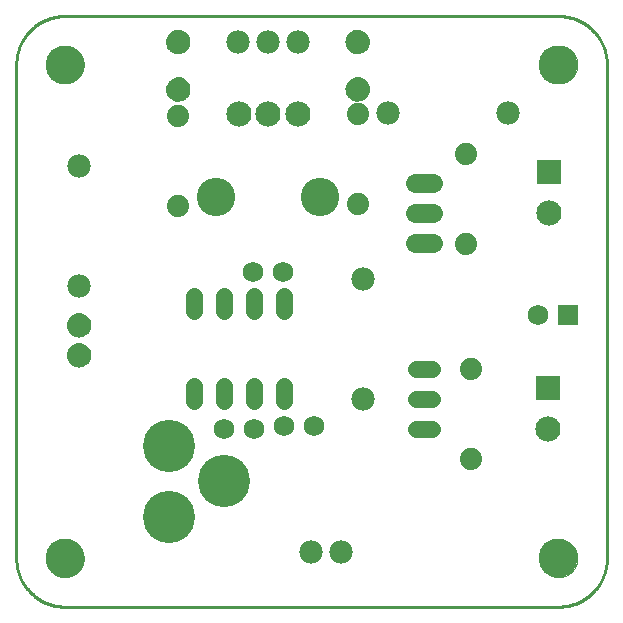
<source format=gbs>
G75*
%MOIN*%
%OFA0B0*%
%FSLAX25Y25*%
%IPPOS*%
%LPD*%
%AMOC8*
5,1,8,0,0,1.08239X$1,22.5*
%
%ADD10C,0.01000*%
%ADD11C,0.06900*%
%ADD12C,0.07400*%
%ADD13C,0.05600*%
%ADD14C,0.00500*%
%ADD15C,0.06400*%
%ADD16C,0.07800*%
%ADD17C,0.12800*%
%ADD18C,0.08400*%
%ADD19R,0.06900X0.06900*%
%ADD20C,0.00000*%
%ADD21C,0.12998*%
%ADD22R,0.08400X0.08400*%
%ADD23C,0.17400*%
D10*
X0016067Y0027183D02*
X0016067Y0191750D01*
X0016072Y0192140D01*
X0016086Y0192530D01*
X0016109Y0192919D01*
X0016142Y0193308D01*
X0016185Y0193696D01*
X0016236Y0194082D01*
X0016297Y0194468D01*
X0016368Y0194851D01*
X0016447Y0195233D01*
X0016536Y0195613D01*
X0016634Y0195991D01*
X0016741Y0196366D01*
X0016857Y0196738D01*
X0016982Y0197108D01*
X0017116Y0197474D01*
X0017259Y0197837D01*
X0017410Y0198197D01*
X0017570Y0198552D01*
X0017739Y0198904D01*
X0017916Y0199252D01*
X0018101Y0199595D01*
X0018295Y0199933D01*
X0018497Y0200267D01*
X0018707Y0200596D01*
X0018924Y0200920D01*
X0019150Y0201238D01*
X0019383Y0201551D01*
X0019623Y0201858D01*
X0019871Y0202159D01*
X0020127Y0202454D01*
X0020389Y0202743D01*
X0020658Y0203025D01*
X0020934Y0203301D01*
X0021216Y0203570D01*
X0021505Y0203832D01*
X0021800Y0204088D01*
X0022101Y0204336D01*
X0022408Y0204576D01*
X0022721Y0204809D01*
X0023039Y0205035D01*
X0023363Y0205252D01*
X0023692Y0205462D01*
X0024026Y0205664D01*
X0024364Y0205858D01*
X0024707Y0206043D01*
X0025055Y0206220D01*
X0025407Y0206389D01*
X0025762Y0206549D01*
X0026122Y0206700D01*
X0026485Y0206843D01*
X0026851Y0206977D01*
X0027221Y0207102D01*
X0027593Y0207218D01*
X0027968Y0207325D01*
X0028346Y0207423D01*
X0028726Y0207512D01*
X0029108Y0207591D01*
X0029491Y0207662D01*
X0029877Y0207723D01*
X0030263Y0207774D01*
X0030651Y0207817D01*
X0031040Y0207850D01*
X0031429Y0207873D01*
X0031819Y0207887D01*
X0032209Y0207892D01*
X0196776Y0207892D01*
X0197166Y0207887D01*
X0197556Y0207873D01*
X0197945Y0207850D01*
X0198334Y0207817D01*
X0198722Y0207774D01*
X0199108Y0207723D01*
X0199494Y0207662D01*
X0199877Y0207591D01*
X0200259Y0207512D01*
X0200639Y0207423D01*
X0201017Y0207325D01*
X0201392Y0207218D01*
X0201764Y0207102D01*
X0202134Y0206977D01*
X0202500Y0206843D01*
X0202863Y0206700D01*
X0203223Y0206549D01*
X0203578Y0206389D01*
X0203930Y0206220D01*
X0204278Y0206043D01*
X0204621Y0205858D01*
X0204959Y0205664D01*
X0205293Y0205462D01*
X0205622Y0205252D01*
X0205946Y0205035D01*
X0206264Y0204809D01*
X0206577Y0204576D01*
X0206884Y0204336D01*
X0207185Y0204088D01*
X0207480Y0203832D01*
X0207769Y0203570D01*
X0208051Y0203301D01*
X0208327Y0203025D01*
X0208596Y0202743D01*
X0208858Y0202454D01*
X0209114Y0202159D01*
X0209362Y0201858D01*
X0209602Y0201551D01*
X0209835Y0201238D01*
X0210061Y0200920D01*
X0210278Y0200596D01*
X0210488Y0200267D01*
X0210690Y0199933D01*
X0210884Y0199595D01*
X0211069Y0199252D01*
X0211246Y0198904D01*
X0211415Y0198552D01*
X0211575Y0198197D01*
X0211726Y0197837D01*
X0211869Y0197474D01*
X0212003Y0197108D01*
X0212128Y0196738D01*
X0212244Y0196366D01*
X0212351Y0195991D01*
X0212449Y0195613D01*
X0212538Y0195233D01*
X0212617Y0194851D01*
X0212688Y0194468D01*
X0212749Y0194082D01*
X0212800Y0193696D01*
X0212843Y0193308D01*
X0212876Y0192919D01*
X0212899Y0192530D01*
X0212913Y0192140D01*
X0212918Y0191750D01*
X0212917Y0191750D02*
X0212917Y0027183D01*
X0212918Y0027183D02*
X0212913Y0026793D01*
X0212899Y0026403D01*
X0212876Y0026014D01*
X0212843Y0025625D01*
X0212800Y0025237D01*
X0212749Y0024851D01*
X0212688Y0024465D01*
X0212617Y0024082D01*
X0212538Y0023700D01*
X0212449Y0023320D01*
X0212351Y0022942D01*
X0212244Y0022567D01*
X0212128Y0022195D01*
X0212003Y0021825D01*
X0211869Y0021459D01*
X0211726Y0021096D01*
X0211575Y0020736D01*
X0211415Y0020381D01*
X0211246Y0020029D01*
X0211069Y0019681D01*
X0210884Y0019338D01*
X0210690Y0019000D01*
X0210488Y0018666D01*
X0210278Y0018337D01*
X0210061Y0018013D01*
X0209835Y0017695D01*
X0209602Y0017382D01*
X0209362Y0017075D01*
X0209114Y0016774D01*
X0208858Y0016479D01*
X0208596Y0016190D01*
X0208327Y0015908D01*
X0208051Y0015632D01*
X0207769Y0015363D01*
X0207480Y0015101D01*
X0207185Y0014845D01*
X0206884Y0014597D01*
X0206577Y0014357D01*
X0206264Y0014124D01*
X0205946Y0013898D01*
X0205622Y0013681D01*
X0205293Y0013471D01*
X0204959Y0013269D01*
X0204621Y0013075D01*
X0204278Y0012890D01*
X0203930Y0012713D01*
X0203578Y0012544D01*
X0203223Y0012384D01*
X0202863Y0012233D01*
X0202500Y0012090D01*
X0202134Y0011956D01*
X0201764Y0011831D01*
X0201392Y0011715D01*
X0201017Y0011608D01*
X0200639Y0011510D01*
X0200259Y0011421D01*
X0199877Y0011342D01*
X0199494Y0011271D01*
X0199108Y0011210D01*
X0198722Y0011159D01*
X0198334Y0011116D01*
X0197945Y0011083D01*
X0197556Y0011060D01*
X0197166Y0011046D01*
X0196776Y0011041D01*
X0032209Y0011041D01*
X0031819Y0011046D01*
X0031429Y0011060D01*
X0031040Y0011083D01*
X0030651Y0011116D01*
X0030263Y0011159D01*
X0029877Y0011210D01*
X0029491Y0011271D01*
X0029108Y0011342D01*
X0028726Y0011421D01*
X0028346Y0011510D01*
X0027968Y0011608D01*
X0027593Y0011715D01*
X0027221Y0011831D01*
X0026851Y0011956D01*
X0026485Y0012090D01*
X0026122Y0012233D01*
X0025762Y0012384D01*
X0025407Y0012544D01*
X0025055Y0012713D01*
X0024707Y0012890D01*
X0024364Y0013075D01*
X0024026Y0013269D01*
X0023692Y0013471D01*
X0023363Y0013681D01*
X0023039Y0013898D01*
X0022721Y0014124D01*
X0022408Y0014357D01*
X0022101Y0014597D01*
X0021800Y0014845D01*
X0021505Y0015101D01*
X0021216Y0015363D01*
X0020934Y0015632D01*
X0020658Y0015908D01*
X0020389Y0016190D01*
X0020127Y0016479D01*
X0019871Y0016774D01*
X0019623Y0017075D01*
X0019383Y0017382D01*
X0019150Y0017695D01*
X0018924Y0018013D01*
X0018707Y0018337D01*
X0018497Y0018666D01*
X0018295Y0019000D01*
X0018101Y0019338D01*
X0017916Y0019681D01*
X0017739Y0020029D01*
X0017570Y0020381D01*
X0017410Y0020736D01*
X0017259Y0021096D01*
X0017116Y0021459D01*
X0016982Y0021825D01*
X0016857Y0022195D01*
X0016741Y0022567D01*
X0016634Y0022942D01*
X0016536Y0023320D01*
X0016447Y0023700D01*
X0016368Y0024082D01*
X0016297Y0024465D01*
X0016236Y0024851D01*
X0016185Y0025237D01*
X0016142Y0025625D01*
X0016109Y0026014D01*
X0016086Y0026403D01*
X0016072Y0026793D01*
X0016067Y0027183D01*
D11*
X0085161Y0070293D03*
X0095161Y0070293D03*
X0105280Y0071278D03*
X0115280Y0071278D03*
X0105083Y0122656D03*
X0095083Y0122656D03*
X0189807Y0108286D03*
D12*
X0167642Y0090215D03*
X0167642Y0060215D03*
X0166067Y0131868D03*
X0166067Y0161868D03*
X0130043Y0175097D03*
X0130043Y0145097D03*
X0069807Y0144467D03*
X0069807Y0174467D03*
D13*
X0075201Y0114665D02*
X0075201Y0109465D01*
X0085201Y0109465D02*
X0085201Y0114665D01*
X0095201Y0114665D02*
X0095201Y0109465D01*
X0105201Y0109465D02*
X0105201Y0114665D01*
X0105201Y0084665D02*
X0105201Y0079465D01*
X0095201Y0079465D02*
X0095201Y0084665D01*
X0085201Y0084665D02*
X0085201Y0079465D01*
X0075201Y0079465D02*
X0075201Y0084665D01*
X0149333Y0080175D02*
X0154533Y0080175D01*
X0154533Y0070175D02*
X0149333Y0070175D01*
X0149333Y0090175D02*
X0154533Y0090175D01*
D14*
X0130659Y0179788D02*
X0129936Y0179707D01*
X0129277Y0179757D01*
X0128636Y0179920D01*
X0128033Y0180192D01*
X0127486Y0180565D01*
X0127013Y0181028D01*
X0126627Y0181565D01*
X0126340Y0182161D01*
X0126162Y0182798D01*
X0126096Y0183456D01*
X0126163Y0184115D01*
X0126344Y0184751D01*
X0126632Y0185347D01*
X0127019Y0185883D01*
X0127494Y0186344D01*
X0128041Y0186716D01*
X0128645Y0186987D01*
X0129287Y0187148D01*
X0129946Y0187197D01*
X0130666Y0187118D01*
X0131356Y0186901D01*
X0131990Y0186553D01*
X0132544Y0186088D01*
X0132997Y0185523D01*
X0133331Y0184882D01*
X0133534Y0184187D01*
X0133596Y0183466D01*
X0133535Y0182742D01*
X0133333Y0182043D01*
X0132999Y0181397D01*
X0132545Y0180828D01*
X0131989Y0180360D01*
X0131352Y0180008D01*
X0130659Y0179788D01*
X0131404Y0180037D02*
X0128377Y0180037D01*
X0127530Y0180535D02*
X0132197Y0180535D01*
X0132709Y0181034D02*
X0127008Y0181034D01*
X0126650Y0181532D02*
X0133069Y0181532D01*
X0133327Y0182031D02*
X0126403Y0182031D01*
X0126237Y0182529D02*
X0133474Y0182529D01*
X0133559Y0183028D02*
X0126139Y0183028D01*
X0126103Y0183526D02*
X0133591Y0183526D01*
X0133548Y0184025D02*
X0126154Y0184025D01*
X0126279Y0184523D02*
X0133435Y0184523D01*
X0133258Y0185022D02*
X0126475Y0185022D01*
X0126758Y0185520D02*
X0132999Y0185520D01*
X0132599Y0186019D02*
X0127159Y0186019D01*
X0127749Y0186517D02*
X0132032Y0186517D01*
X0130989Y0187016D02*
X0128762Y0187016D01*
X0129277Y0195557D02*
X0128636Y0195720D01*
X0128033Y0195992D01*
X0127486Y0196365D01*
X0127013Y0196828D01*
X0126627Y0197365D01*
X0126340Y0197961D01*
X0126162Y0198598D01*
X0126096Y0199256D01*
X0126163Y0199915D01*
X0126344Y0200551D01*
X0126632Y0201147D01*
X0127019Y0201683D01*
X0127494Y0202144D01*
X0128041Y0202516D01*
X0128645Y0202787D01*
X0129287Y0202948D01*
X0129946Y0202997D01*
X0130666Y0202918D01*
X0131356Y0202701D01*
X0131990Y0202353D01*
X0132544Y0201888D01*
X0132997Y0201323D01*
X0133331Y0200682D01*
X0133534Y0199987D01*
X0133596Y0199266D01*
X0133535Y0198542D01*
X0133333Y0197843D01*
X0132999Y0197197D01*
X0132545Y0196628D01*
X0131989Y0196160D01*
X0131352Y0195808D01*
X0130659Y0195588D01*
X0129936Y0195507D01*
X0129277Y0195557D01*
X0128040Y0195989D02*
X0131680Y0195989D01*
X0132378Y0196488D02*
X0127361Y0196488D01*
X0126899Y0196986D02*
X0132831Y0196986D01*
X0133148Y0197485D02*
X0126569Y0197485D01*
X0126334Y0197983D02*
X0133374Y0197983D01*
X0133518Y0198482D02*
X0126194Y0198482D01*
X0126124Y0198980D02*
X0133572Y0198980D01*
X0133578Y0199479D02*
X0126119Y0199479D01*
X0126181Y0199977D02*
X0133534Y0199977D01*
X0133391Y0200476D02*
X0126322Y0200476D01*
X0126549Y0200974D02*
X0133179Y0200974D01*
X0132877Y0201473D02*
X0126868Y0201473D01*
X0127316Y0201971D02*
X0132444Y0201971D01*
X0131776Y0202470D02*
X0127974Y0202470D01*
X0129559Y0202968D02*
X0130205Y0202968D01*
X0073754Y0199266D02*
X0073691Y0199987D01*
X0073489Y0200682D01*
X0073155Y0201323D01*
X0072702Y0201888D01*
X0072148Y0202353D01*
X0071513Y0202701D01*
X0070823Y0202918D01*
X0070104Y0202997D01*
X0069444Y0202948D01*
X0068803Y0202787D01*
X0068199Y0202516D01*
X0067651Y0202144D01*
X0067177Y0201683D01*
X0066790Y0201147D01*
X0066501Y0200551D01*
X0066321Y0199915D01*
X0066254Y0199256D01*
X0066319Y0198598D01*
X0066498Y0197961D01*
X0066784Y0197365D01*
X0067170Y0196828D01*
X0067644Y0196365D01*
X0068190Y0195992D01*
X0068793Y0195720D01*
X0069434Y0195557D01*
X0070094Y0195507D01*
X0070816Y0195588D01*
X0071510Y0195808D01*
X0072146Y0196160D01*
X0072702Y0196628D01*
X0073156Y0197197D01*
X0073491Y0197843D01*
X0073692Y0198542D01*
X0073754Y0199266D01*
X0073735Y0199479D02*
X0066276Y0199479D01*
X0066281Y0198980D02*
X0073730Y0198980D01*
X0073675Y0198482D02*
X0066352Y0198482D01*
X0066492Y0197983D02*
X0073531Y0197983D01*
X0073305Y0197485D02*
X0066727Y0197485D01*
X0067056Y0196986D02*
X0072988Y0196986D01*
X0072535Y0196488D02*
X0067519Y0196488D01*
X0068197Y0195989D02*
X0071838Y0195989D01*
X0073692Y0199977D02*
X0066339Y0199977D01*
X0066480Y0200476D02*
X0073549Y0200476D01*
X0073336Y0200974D02*
X0066706Y0200974D01*
X0067025Y0201473D02*
X0073035Y0201473D01*
X0072602Y0201971D02*
X0067474Y0201971D01*
X0068131Y0202470D02*
X0071934Y0202470D01*
X0070362Y0202968D02*
X0069716Y0202968D01*
X0070104Y0187197D02*
X0070823Y0187118D01*
X0071513Y0186901D01*
X0072148Y0186553D01*
X0072702Y0186088D01*
X0073155Y0185523D01*
X0073489Y0184882D01*
X0073691Y0184187D01*
X0073754Y0183466D01*
X0073692Y0182742D01*
X0073491Y0182043D01*
X0073156Y0181397D01*
X0072702Y0180828D01*
X0072146Y0180360D01*
X0071510Y0180008D01*
X0070816Y0179788D01*
X0070094Y0179707D01*
X0069434Y0179757D01*
X0068793Y0179920D01*
X0068190Y0180192D01*
X0067644Y0180565D01*
X0067170Y0181028D01*
X0066784Y0181565D01*
X0066498Y0182161D01*
X0066319Y0182798D01*
X0066254Y0183456D01*
X0066321Y0184115D01*
X0066501Y0184751D01*
X0066790Y0185347D01*
X0067177Y0185883D01*
X0067651Y0186344D01*
X0068199Y0186716D01*
X0068803Y0186987D01*
X0069444Y0187148D01*
X0070104Y0187197D01*
X0071147Y0187016D02*
X0068919Y0187016D01*
X0067907Y0186517D02*
X0072189Y0186517D01*
X0072757Y0186019D02*
X0067317Y0186019D01*
X0066915Y0185520D02*
X0073156Y0185520D01*
X0073416Y0185022D02*
X0066632Y0185022D01*
X0066437Y0184523D02*
X0073593Y0184523D01*
X0073705Y0184025D02*
X0066312Y0184025D01*
X0066261Y0183526D02*
X0073749Y0183526D01*
X0073717Y0183028D02*
X0066296Y0183028D01*
X0066394Y0182529D02*
X0073631Y0182529D01*
X0073484Y0182031D02*
X0066560Y0182031D01*
X0066808Y0181532D02*
X0073226Y0181532D01*
X0072866Y0181034D02*
X0067166Y0181034D01*
X0067688Y0180535D02*
X0072355Y0180535D01*
X0071561Y0180037D02*
X0068535Y0180037D01*
X0038183Y0108357D02*
X0038786Y0108085D01*
X0039333Y0107712D01*
X0039806Y0107250D01*
X0040192Y0106712D01*
X0040479Y0106116D01*
X0040657Y0105479D01*
X0040723Y0104821D01*
X0040656Y0104163D01*
X0040475Y0103526D01*
X0040187Y0102931D01*
X0039799Y0102394D01*
X0039325Y0101933D01*
X0038777Y0101562D01*
X0038174Y0101291D01*
X0037532Y0101129D01*
X0036872Y0101081D01*
X0036153Y0101159D01*
X0035463Y0101377D01*
X0034829Y0101725D01*
X0034275Y0102190D01*
X0033822Y0102754D01*
X0033488Y0103396D01*
X0033285Y0104090D01*
X0033222Y0104811D01*
X0033284Y0105536D01*
X0033486Y0106235D01*
X0033820Y0106881D01*
X0034274Y0107449D01*
X0034830Y0107918D01*
X0035467Y0108269D01*
X0036160Y0108490D01*
X0036883Y0108571D01*
X0037542Y0108521D01*
X0038183Y0108357D01*
X0038418Y0108251D02*
X0035434Y0108251D01*
X0034634Y0107753D02*
X0039273Y0107753D01*
X0039802Y0107254D02*
X0034118Y0107254D01*
X0033755Y0106756D02*
X0040161Y0106756D01*
X0040411Y0106257D02*
X0033497Y0106257D01*
X0033348Y0105759D02*
X0040579Y0105759D01*
X0040679Y0105260D02*
X0033261Y0105260D01*
X0033227Y0104762D02*
X0040717Y0104762D01*
X0040666Y0104263D02*
X0033270Y0104263D01*
X0033380Y0103765D02*
X0040543Y0103765D01*
X0040349Y0103266D02*
X0033555Y0103266D01*
X0033815Y0102768D02*
X0040069Y0102768D01*
X0039670Y0102269D02*
X0034211Y0102269D01*
X0034774Y0101771D02*
X0039085Y0101771D01*
X0038099Y0101272D02*
X0035796Y0101272D01*
X0036160Y0098490D02*
X0036883Y0098571D01*
X0037542Y0098521D01*
X0038183Y0098357D01*
X0038786Y0098085D01*
X0039333Y0097712D01*
X0039806Y0097250D01*
X0040192Y0096712D01*
X0040479Y0096116D01*
X0040657Y0095479D01*
X0040723Y0094821D01*
X0040656Y0094163D01*
X0040475Y0093526D01*
X0040187Y0092931D01*
X0039799Y0092394D01*
X0039325Y0091933D01*
X0038777Y0091562D01*
X0038174Y0091291D01*
X0037532Y0091129D01*
X0036872Y0091081D01*
X0036153Y0091159D01*
X0035463Y0091377D01*
X0034829Y0091725D01*
X0034275Y0092190D01*
X0033822Y0092754D01*
X0033488Y0093396D01*
X0033285Y0094090D01*
X0033222Y0094811D01*
X0033284Y0095536D01*
X0033486Y0096235D01*
X0033820Y0096881D01*
X0034274Y0097449D01*
X0034830Y0097918D01*
X0035467Y0098269D01*
X0036160Y0098490D01*
X0035504Y0098281D02*
X0038352Y0098281D01*
X0039229Y0097782D02*
X0034669Y0097782D01*
X0034142Y0097284D02*
X0039771Y0097284D01*
X0040139Y0096785D02*
X0033771Y0096785D01*
X0033513Y0096287D02*
X0040397Y0096287D01*
X0040571Y0095788D02*
X0033357Y0095788D01*
X0033263Y0095290D02*
X0040676Y0095290D01*
X0040720Y0094791D02*
X0033224Y0094791D01*
X0033268Y0094293D02*
X0040669Y0094293D01*
X0040551Y0093794D02*
X0033372Y0093794D01*
X0033540Y0093296D02*
X0040364Y0093296D01*
X0040090Y0092797D02*
X0033799Y0092797D01*
X0034187Y0092299D02*
X0039701Y0092299D01*
X0039129Y0091800D02*
X0034739Y0091800D01*
X0035702Y0091302D02*
X0038198Y0091302D01*
D15*
X0149091Y0132419D02*
X0155091Y0132419D01*
X0155091Y0142419D02*
X0149091Y0142419D01*
X0149091Y0152419D02*
X0155091Y0152419D01*
D16*
X0139965Y0175490D03*
X0110083Y0199230D03*
X0100083Y0199230D03*
X0090083Y0199230D03*
X0037051Y0158010D03*
X0037051Y0118010D03*
X0131539Y0120215D03*
X0131539Y0080215D03*
X0124335Y0029152D03*
X0114335Y0029152D03*
X0179965Y0175490D03*
D17*
X0117327Y0147695D03*
X0082681Y0147695D03*
D18*
X0090161Y0175254D03*
X0100004Y0175254D03*
X0109846Y0175254D03*
X0193626Y0142144D03*
X0193232Y0070097D03*
D19*
X0199807Y0108286D03*
D20*
X0190477Y0027183D02*
X0190479Y0027341D01*
X0190485Y0027499D01*
X0190495Y0027657D01*
X0190509Y0027815D01*
X0190527Y0027972D01*
X0190548Y0028129D01*
X0190574Y0028285D01*
X0190604Y0028441D01*
X0190637Y0028596D01*
X0190675Y0028749D01*
X0190716Y0028902D01*
X0190761Y0029054D01*
X0190810Y0029205D01*
X0190863Y0029354D01*
X0190919Y0029502D01*
X0190979Y0029648D01*
X0191043Y0029793D01*
X0191111Y0029936D01*
X0191182Y0030078D01*
X0191256Y0030218D01*
X0191334Y0030355D01*
X0191416Y0030491D01*
X0191500Y0030625D01*
X0191589Y0030756D01*
X0191680Y0030885D01*
X0191775Y0031012D01*
X0191872Y0031137D01*
X0191973Y0031259D01*
X0192077Y0031378D01*
X0192184Y0031495D01*
X0192294Y0031609D01*
X0192407Y0031720D01*
X0192522Y0031829D01*
X0192640Y0031934D01*
X0192761Y0032036D01*
X0192884Y0032136D01*
X0193010Y0032232D01*
X0193138Y0032325D01*
X0193268Y0032415D01*
X0193401Y0032501D01*
X0193536Y0032585D01*
X0193672Y0032664D01*
X0193811Y0032741D01*
X0193952Y0032813D01*
X0194094Y0032883D01*
X0194238Y0032948D01*
X0194384Y0033010D01*
X0194531Y0033068D01*
X0194680Y0033123D01*
X0194830Y0033174D01*
X0194981Y0033221D01*
X0195133Y0033264D01*
X0195286Y0033303D01*
X0195441Y0033339D01*
X0195596Y0033370D01*
X0195752Y0033398D01*
X0195908Y0033422D01*
X0196065Y0033442D01*
X0196223Y0033458D01*
X0196380Y0033470D01*
X0196539Y0033478D01*
X0196697Y0033482D01*
X0196855Y0033482D01*
X0197013Y0033478D01*
X0197172Y0033470D01*
X0197329Y0033458D01*
X0197487Y0033442D01*
X0197644Y0033422D01*
X0197800Y0033398D01*
X0197956Y0033370D01*
X0198111Y0033339D01*
X0198266Y0033303D01*
X0198419Y0033264D01*
X0198571Y0033221D01*
X0198722Y0033174D01*
X0198872Y0033123D01*
X0199021Y0033068D01*
X0199168Y0033010D01*
X0199314Y0032948D01*
X0199458Y0032883D01*
X0199600Y0032813D01*
X0199741Y0032741D01*
X0199880Y0032664D01*
X0200016Y0032585D01*
X0200151Y0032501D01*
X0200284Y0032415D01*
X0200414Y0032325D01*
X0200542Y0032232D01*
X0200668Y0032136D01*
X0200791Y0032036D01*
X0200912Y0031934D01*
X0201030Y0031829D01*
X0201145Y0031720D01*
X0201258Y0031609D01*
X0201368Y0031495D01*
X0201475Y0031378D01*
X0201579Y0031259D01*
X0201680Y0031137D01*
X0201777Y0031012D01*
X0201872Y0030885D01*
X0201963Y0030756D01*
X0202052Y0030625D01*
X0202136Y0030491D01*
X0202218Y0030355D01*
X0202296Y0030218D01*
X0202370Y0030078D01*
X0202441Y0029936D01*
X0202509Y0029793D01*
X0202573Y0029648D01*
X0202633Y0029502D01*
X0202689Y0029354D01*
X0202742Y0029205D01*
X0202791Y0029054D01*
X0202836Y0028902D01*
X0202877Y0028749D01*
X0202915Y0028596D01*
X0202948Y0028441D01*
X0202978Y0028285D01*
X0203004Y0028129D01*
X0203025Y0027972D01*
X0203043Y0027815D01*
X0203057Y0027657D01*
X0203067Y0027499D01*
X0203073Y0027341D01*
X0203075Y0027183D01*
X0203073Y0027025D01*
X0203067Y0026867D01*
X0203057Y0026709D01*
X0203043Y0026551D01*
X0203025Y0026394D01*
X0203004Y0026237D01*
X0202978Y0026081D01*
X0202948Y0025925D01*
X0202915Y0025770D01*
X0202877Y0025617D01*
X0202836Y0025464D01*
X0202791Y0025312D01*
X0202742Y0025161D01*
X0202689Y0025012D01*
X0202633Y0024864D01*
X0202573Y0024718D01*
X0202509Y0024573D01*
X0202441Y0024430D01*
X0202370Y0024288D01*
X0202296Y0024148D01*
X0202218Y0024011D01*
X0202136Y0023875D01*
X0202052Y0023741D01*
X0201963Y0023610D01*
X0201872Y0023481D01*
X0201777Y0023354D01*
X0201680Y0023229D01*
X0201579Y0023107D01*
X0201475Y0022988D01*
X0201368Y0022871D01*
X0201258Y0022757D01*
X0201145Y0022646D01*
X0201030Y0022537D01*
X0200912Y0022432D01*
X0200791Y0022330D01*
X0200668Y0022230D01*
X0200542Y0022134D01*
X0200414Y0022041D01*
X0200284Y0021951D01*
X0200151Y0021865D01*
X0200016Y0021781D01*
X0199880Y0021702D01*
X0199741Y0021625D01*
X0199600Y0021553D01*
X0199458Y0021483D01*
X0199314Y0021418D01*
X0199168Y0021356D01*
X0199021Y0021298D01*
X0198872Y0021243D01*
X0198722Y0021192D01*
X0198571Y0021145D01*
X0198419Y0021102D01*
X0198266Y0021063D01*
X0198111Y0021027D01*
X0197956Y0020996D01*
X0197800Y0020968D01*
X0197644Y0020944D01*
X0197487Y0020924D01*
X0197329Y0020908D01*
X0197172Y0020896D01*
X0197013Y0020888D01*
X0196855Y0020884D01*
X0196697Y0020884D01*
X0196539Y0020888D01*
X0196380Y0020896D01*
X0196223Y0020908D01*
X0196065Y0020924D01*
X0195908Y0020944D01*
X0195752Y0020968D01*
X0195596Y0020996D01*
X0195441Y0021027D01*
X0195286Y0021063D01*
X0195133Y0021102D01*
X0194981Y0021145D01*
X0194830Y0021192D01*
X0194680Y0021243D01*
X0194531Y0021298D01*
X0194384Y0021356D01*
X0194238Y0021418D01*
X0194094Y0021483D01*
X0193952Y0021553D01*
X0193811Y0021625D01*
X0193672Y0021702D01*
X0193536Y0021781D01*
X0193401Y0021865D01*
X0193268Y0021951D01*
X0193138Y0022041D01*
X0193010Y0022134D01*
X0192884Y0022230D01*
X0192761Y0022330D01*
X0192640Y0022432D01*
X0192522Y0022537D01*
X0192407Y0022646D01*
X0192294Y0022757D01*
X0192184Y0022871D01*
X0192077Y0022988D01*
X0191973Y0023107D01*
X0191872Y0023229D01*
X0191775Y0023354D01*
X0191680Y0023481D01*
X0191589Y0023610D01*
X0191500Y0023741D01*
X0191416Y0023875D01*
X0191334Y0024011D01*
X0191256Y0024148D01*
X0191182Y0024288D01*
X0191111Y0024430D01*
X0191043Y0024573D01*
X0190979Y0024718D01*
X0190919Y0024864D01*
X0190863Y0025012D01*
X0190810Y0025161D01*
X0190761Y0025312D01*
X0190716Y0025464D01*
X0190675Y0025617D01*
X0190637Y0025770D01*
X0190604Y0025925D01*
X0190574Y0026081D01*
X0190548Y0026237D01*
X0190527Y0026394D01*
X0190509Y0026551D01*
X0190495Y0026709D01*
X0190485Y0026867D01*
X0190479Y0027025D01*
X0190477Y0027183D01*
X0025910Y0027183D02*
X0025912Y0027341D01*
X0025918Y0027499D01*
X0025928Y0027657D01*
X0025942Y0027815D01*
X0025960Y0027972D01*
X0025981Y0028129D01*
X0026007Y0028285D01*
X0026037Y0028441D01*
X0026070Y0028596D01*
X0026108Y0028749D01*
X0026149Y0028902D01*
X0026194Y0029054D01*
X0026243Y0029205D01*
X0026296Y0029354D01*
X0026352Y0029502D01*
X0026412Y0029648D01*
X0026476Y0029793D01*
X0026544Y0029936D01*
X0026615Y0030078D01*
X0026689Y0030218D01*
X0026767Y0030355D01*
X0026849Y0030491D01*
X0026933Y0030625D01*
X0027022Y0030756D01*
X0027113Y0030885D01*
X0027208Y0031012D01*
X0027305Y0031137D01*
X0027406Y0031259D01*
X0027510Y0031378D01*
X0027617Y0031495D01*
X0027727Y0031609D01*
X0027840Y0031720D01*
X0027955Y0031829D01*
X0028073Y0031934D01*
X0028194Y0032036D01*
X0028317Y0032136D01*
X0028443Y0032232D01*
X0028571Y0032325D01*
X0028701Y0032415D01*
X0028834Y0032501D01*
X0028969Y0032585D01*
X0029105Y0032664D01*
X0029244Y0032741D01*
X0029385Y0032813D01*
X0029527Y0032883D01*
X0029671Y0032948D01*
X0029817Y0033010D01*
X0029964Y0033068D01*
X0030113Y0033123D01*
X0030263Y0033174D01*
X0030414Y0033221D01*
X0030566Y0033264D01*
X0030719Y0033303D01*
X0030874Y0033339D01*
X0031029Y0033370D01*
X0031185Y0033398D01*
X0031341Y0033422D01*
X0031498Y0033442D01*
X0031656Y0033458D01*
X0031813Y0033470D01*
X0031972Y0033478D01*
X0032130Y0033482D01*
X0032288Y0033482D01*
X0032446Y0033478D01*
X0032605Y0033470D01*
X0032762Y0033458D01*
X0032920Y0033442D01*
X0033077Y0033422D01*
X0033233Y0033398D01*
X0033389Y0033370D01*
X0033544Y0033339D01*
X0033699Y0033303D01*
X0033852Y0033264D01*
X0034004Y0033221D01*
X0034155Y0033174D01*
X0034305Y0033123D01*
X0034454Y0033068D01*
X0034601Y0033010D01*
X0034747Y0032948D01*
X0034891Y0032883D01*
X0035033Y0032813D01*
X0035174Y0032741D01*
X0035313Y0032664D01*
X0035449Y0032585D01*
X0035584Y0032501D01*
X0035717Y0032415D01*
X0035847Y0032325D01*
X0035975Y0032232D01*
X0036101Y0032136D01*
X0036224Y0032036D01*
X0036345Y0031934D01*
X0036463Y0031829D01*
X0036578Y0031720D01*
X0036691Y0031609D01*
X0036801Y0031495D01*
X0036908Y0031378D01*
X0037012Y0031259D01*
X0037113Y0031137D01*
X0037210Y0031012D01*
X0037305Y0030885D01*
X0037396Y0030756D01*
X0037485Y0030625D01*
X0037569Y0030491D01*
X0037651Y0030355D01*
X0037729Y0030218D01*
X0037803Y0030078D01*
X0037874Y0029936D01*
X0037942Y0029793D01*
X0038006Y0029648D01*
X0038066Y0029502D01*
X0038122Y0029354D01*
X0038175Y0029205D01*
X0038224Y0029054D01*
X0038269Y0028902D01*
X0038310Y0028749D01*
X0038348Y0028596D01*
X0038381Y0028441D01*
X0038411Y0028285D01*
X0038437Y0028129D01*
X0038458Y0027972D01*
X0038476Y0027815D01*
X0038490Y0027657D01*
X0038500Y0027499D01*
X0038506Y0027341D01*
X0038508Y0027183D01*
X0038506Y0027025D01*
X0038500Y0026867D01*
X0038490Y0026709D01*
X0038476Y0026551D01*
X0038458Y0026394D01*
X0038437Y0026237D01*
X0038411Y0026081D01*
X0038381Y0025925D01*
X0038348Y0025770D01*
X0038310Y0025617D01*
X0038269Y0025464D01*
X0038224Y0025312D01*
X0038175Y0025161D01*
X0038122Y0025012D01*
X0038066Y0024864D01*
X0038006Y0024718D01*
X0037942Y0024573D01*
X0037874Y0024430D01*
X0037803Y0024288D01*
X0037729Y0024148D01*
X0037651Y0024011D01*
X0037569Y0023875D01*
X0037485Y0023741D01*
X0037396Y0023610D01*
X0037305Y0023481D01*
X0037210Y0023354D01*
X0037113Y0023229D01*
X0037012Y0023107D01*
X0036908Y0022988D01*
X0036801Y0022871D01*
X0036691Y0022757D01*
X0036578Y0022646D01*
X0036463Y0022537D01*
X0036345Y0022432D01*
X0036224Y0022330D01*
X0036101Y0022230D01*
X0035975Y0022134D01*
X0035847Y0022041D01*
X0035717Y0021951D01*
X0035584Y0021865D01*
X0035449Y0021781D01*
X0035313Y0021702D01*
X0035174Y0021625D01*
X0035033Y0021553D01*
X0034891Y0021483D01*
X0034747Y0021418D01*
X0034601Y0021356D01*
X0034454Y0021298D01*
X0034305Y0021243D01*
X0034155Y0021192D01*
X0034004Y0021145D01*
X0033852Y0021102D01*
X0033699Y0021063D01*
X0033544Y0021027D01*
X0033389Y0020996D01*
X0033233Y0020968D01*
X0033077Y0020944D01*
X0032920Y0020924D01*
X0032762Y0020908D01*
X0032605Y0020896D01*
X0032446Y0020888D01*
X0032288Y0020884D01*
X0032130Y0020884D01*
X0031972Y0020888D01*
X0031813Y0020896D01*
X0031656Y0020908D01*
X0031498Y0020924D01*
X0031341Y0020944D01*
X0031185Y0020968D01*
X0031029Y0020996D01*
X0030874Y0021027D01*
X0030719Y0021063D01*
X0030566Y0021102D01*
X0030414Y0021145D01*
X0030263Y0021192D01*
X0030113Y0021243D01*
X0029964Y0021298D01*
X0029817Y0021356D01*
X0029671Y0021418D01*
X0029527Y0021483D01*
X0029385Y0021553D01*
X0029244Y0021625D01*
X0029105Y0021702D01*
X0028969Y0021781D01*
X0028834Y0021865D01*
X0028701Y0021951D01*
X0028571Y0022041D01*
X0028443Y0022134D01*
X0028317Y0022230D01*
X0028194Y0022330D01*
X0028073Y0022432D01*
X0027955Y0022537D01*
X0027840Y0022646D01*
X0027727Y0022757D01*
X0027617Y0022871D01*
X0027510Y0022988D01*
X0027406Y0023107D01*
X0027305Y0023229D01*
X0027208Y0023354D01*
X0027113Y0023481D01*
X0027022Y0023610D01*
X0026933Y0023741D01*
X0026849Y0023875D01*
X0026767Y0024011D01*
X0026689Y0024148D01*
X0026615Y0024288D01*
X0026544Y0024430D01*
X0026476Y0024573D01*
X0026412Y0024718D01*
X0026352Y0024864D01*
X0026296Y0025012D01*
X0026243Y0025161D01*
X0026194Y0025312D01*
X0026149Y0025464D01*
X0026108Y0025617D01*
X0026070Y0025770D01*
X0026037Y0025925D01*
X0026007Y0026081D01*
X0025981Y0026237D01*
X0025960Y0026394D01*
X0025942Y0026551D01*
X0025928Y0026709D01*
X0025918Y0026867D01*
X0025912Y0027025D01*
X0025910Y0027183D01*
X0025910Y0191750D02*
X0025912Y0191908D01*
X0025918Y0192066D01*
X0025928Y0192224D01*
X0025942Y0192382D01*
X0025960Y0192539D01*
X0025981Y0192696D01*
X0026007Y0192852D01*
X0026037Y0193008D01*
X0026070Y0193163D01*
X0026108Y0193316D01*
X0026149Y0193469D01*
X0026194Y0193621D01*
X0026243Y0193772D01*
X0026296Y0193921D01*
X0026352Y0194069D01*
X0026412Y0194215D01*
X0026476Y0194360D01*
X0026544Y0194503D01*
X0026615Y0194645D01*
X0026689Y0194785D01*
X0026767Y0194922D01*
X0026849Y0195058D01*
X0026933Y0195192D01*
X0027022Y0195323D01*
X0027113Y0195452D01*
X0027208Y0195579D01*
X0027305Y0195704D01*
X0027406Y0195826D01*
X0027510Y0195945D01*
X0027617Y0196062D01*
X0027727Y0196176D01*
X0027840Y0196287D01*
X0027955Y0196396D01*
X0028073Y0196501D01*
X0028194Y0196603D01*
X0028317Y0196703D01*
X0028443Y0196799D01*
X0028571Y0196892D01*
X0028701Y0196982D01*
X0028834Y0197068D01*
X0028969Y0197152D01*
X0029105Y0197231D01*
X0029244Y0197308D01*
X0029385Y0197380D01*
X0029527Y0197450D01*
X0029671Y0197515D01*
X0029817Y0197577D01*
X0029964Y0197635D01*
X0030113Y0197690D01*
X0030263Y0197741D01*
X0030414Y0197788D01*
X0030566Y0197831D01*
X0030719Y0197870D01*
X0030874Y0197906D01*
X0031029Y0197937D01*
X0031185Y0197965D01*
X0031341Y0197989D01*
X0031498Y0198009D01*
X0031656Y0198025D01*
X0031813Y0198037D01*
X0031972Y0198045D01*
X0032130Y0198049D01*
X0032288Y0198049D01*
X0032446Y0198045D01*
X0032605Y0198037D01*
X0032762Y0198025D01*
X0032920Y0198009D01*
X0033077Y0197989D01*
X0033233Y0197965D01*
X0033389Y0197937D01*
X0033544Y0197906D01*
X0033699Y0197870D01*
X0033852Y0197831D01*
X0034004Y0197788D01*
X0034155Y0197741D01*
X0034305Y0197690D01*
X0034454Y0197635D01*
X0034601Y0197577D01*
X0034747Y0197515D01*
X0034891Y0197450D01*
X0035033Y0197380D01*
X0035174Y0197308D01*
X0035313Y0197231D01*
X0035449Y0197152D01*
X0035584Y0197068D01*
X0035717Y0196982D01*
X0035847Y0196892D01*
X0035975Y0196799D01*
X0036101Y0196703D01*
X0036224Y0196603D01*
X0036345Y0196501D01*
X0036463Y0196396D01*
X0036578Y0196287D01*
X0036691Y0196176D01*
X0036801Y0196062D01*
X0036908Y0195945D01*
X0037012Y0195826D01*
X0037113Y0195704D01*
X0037210Y0195579D01*
X0037305Y0195452D01*
X0037396Y0195323D01*
X0037485Y0195192D01*
X0037569Y0195058D01*
X0037651Y0194922D01*
X0037729Y0194785D01*
X0037803Y0194645D01*
X0037874Y0194503D01*
X0037942Y0194360D01*
X0038006Y0194215D01*
X0038066Y0194069D01*
X0038122Y0193921D01*
X0038175Y0193772D01*
X0038224Y0193621D01*
X0038269Y0193469D01*
X0038310Y0193316D01*
X0038348Y0193163D01*
X0038381Y0193008D01*
X0038411Y0192852D01*
X0038437Y0192696D01*
X0038458Y0192539D01*
X0038476Y0192382D01*
X0038490Y0192224D01*
X0038500Y0192066D01*
X0038506Y0191908D01*
X0038508Y0191750D01*
X0038506Y0191592D01*
X0038500Y0191434D01*
X0038490Y0191276D01*
X0038476Y0191118D01*
X0038458Y0190961D01*
X0038437Y0190804D01*
X0038411Y0190648D01*
X0038381Y0190492D01*
X0038348Y0190337D01*
X0038310Y0190184D01*
X0038269Y0190031D01*
X0038224Y0189879D01*
X0038175Y0189728D01*
X0038122Y0189579D01*
X0038066Y0189431D01*
X0038006Y0189285D01*
X0037942Y0189140D01*
X0037874Y0188997D01*
X0037803Y0188855D01*
X0037729Y0188715D01*
X0037651Y0188578D01*
X0037569Y0188442D01*
X0037485Y0188308D01*
X0037396Y0188177D01*
X0037305Y0188048D01*
X0037210Y0187921D01*
X0037113Y0187796D01*
X0037012Y0187674D01*
X0036908Y0187555D01*
X0036801Y0187438D01*
X0036691Y0187324D01*
X0036578Y0187213D01*
X0036463Y0187104D01*
X0036345Y0186999D01*
X0036224Y0186897D01*
X0036101Y0186797D01*
X0035975Y0186701D01*
X0035847Y0186608D01*
X0035717Y0186518D01*
X0035584Y0186432D01*
X0035449Y0186348D01*
X0035313Y0186269D01*
X0035174Y0186192D01*
X0035033Y0186120D01*
X0034891Y0186050D01*
X0034747Y0185985D01*
X0034601Y0185923D01*
X0034454Y0185865D01*
X0034305Y0185810D01*
X0034155Y0185759D01*
X0034004Y0185712D01*
X0033852Y0185669D01*
X0033699Y0185630D01*
X0033544Y0185594D01*
X0033389Y0185563D01*
X0033233Y0185535D01*
X0033077Y0185511D01*
X0032920Y0185491D01*
X0032762Y0185475D01*
X0032605Y0185463D01*
X0032446Y0185455D01*
X0032288Y0185451D01*
X0032130Y0185451D01*
X0031972Y0185455D01*
X0031813Y0185463D01*
X0031656Y0185475D01*
X0031498Y0185491D01*
X0031341Y0185511D01*
X0031185Y0185535D01*
X0031029Y0185563D01*
X0030874Y0185594D01*
X0030719Y0185630D01*
X0030566Y0185669D01*
X0030414Y0185712D01*
X0030263Y0185759D01*
X0030113Y0185810D01*
X0029964Y0185865D01*
X0029817Y0185923D01*
X0029671Y0185985D01*
X0029527Y0186050D01*
X0029385Y0186120D01*
X0029244Y0186192D01*
X0029105Y0186269D01*
X0028969Y0186348D01*
X0028834Y0186432D01*
X0028701Y0186518D01*
X0028571Y0186608D01*
X0028443Y0186701D01*
X0028317Y0186797D01*
X0028194Y0186897D01*
X0028073Y0186999D01*
X0027955Y0187104D01*
X0027840Y0187213D01*
X0027727Y0187324D01*
X0027617Y0187438D01*
X0027510Y0187555D01*
X0027406Y0187674D01*
X0027305Y0187796D01*
X0027208Y0187921D01*
X0027113Y0188048D01*
X0027022Y0188177D01*
X0026933Y0188308D01*
X0026849Y0188442D01*
X0026767Y0188578D01*
X0026689Y0188715D01*
X0026615Y0188855D01*
X0026544Y0188997D01*
X0026476Y0189140D01*
X0026412Y0189285D01*
X0026352Y0189431D01*
X0026296Y0189579D01*
X0026243Y0189728D01*
X0026194Y0189879D01*
X0026149Y0190031D01*
X0026108Y0190184D01*
X0026070Y0190337D01*
X0026037Y0190492D01*
X0026007Y0190648D01*
X0025981Y0190804D01*
X0025960Y0190961D01*
X0025942Y0191118D01*
X0025928Y0191276D01*
X0025918Y0191434D01*
X0025912Y0191592D01*
X0025910Y0191750D01*
X0190477Y0191750D02*
X0190479Y0191908D01*
X0190485Y0192066D01*
X0190495Y0192224D01*
X0190509Y0192382D01*
X0190527Y0192539D01*
X0190548Y0192696D01*
X0190574Y0192852D01*
X0190604Y0193008D01*
X0190637Y0193163D01*
X0190675Y0193316D01*
X0190716Y0193469D01*
X0190761Y0193621D01*
X0190810Y0193772D01*
X0190863Y0193921D01*
X0190919Y0194069D01*
X0190979Y0194215D01*
X0191043Y0194360D01*
X0191111Y0194503D01*
X0191182Y0194645D01*
X0191256Y0194785D01*
X0191334Y0194922D01*
X0191416Y0195058D01*
X0191500Y0195192D01*
X0191589Y0195323D01*
X0191680Y0195452D01*
X0191775Y0195579D01*
X0191872Y0195704D01*
X0191973Y0195826D01*
X0192077Y0195945D01*
X0192184Y0196062D01*
X0192294Y0196176D01*
X0192407Y0196287D01*
X0192522Y0196396D01*
X0192640Y0196501D01*
X0192761Y0196603D01*
X0192884Y0196703D01*
X0193010Y0196799D01*
X0193138Y0196892D01*
X0193268Y0196982D01*
X0193401Y0197068D01*
X0193536Y0197152D01*
X0193672Y0197231D01*
X0193811Y0197308D01*
X0193952Y0197380D01*
X0194094Y0197450D01*
X0194238Y0197515D01*
X0194384Y0197577D01*
X0194531Y0197635D01*
X0194680Y0197690D01*
X0194830Y0197741D01*
X0194981Y0197788D01*
X0195133Y0197831D01*
X0195286Y0197870D01*
X0195441Y0197906D01*
X0195596Y0197937D01*
X0195752Y0197965D01*
X0195908Y0197989D01*
X0196065Y0198009D01*
X0196223Y0198025D01*
X0196380Y0198037D01*
X0196539Y0198045D01*
X0196697Y0198049D01*
X0196855Y0198049D01*
X0197013Y0198045D01*
X0197172Y0198037D01*
X0197329Y0198025D01*
X0197487Y0198009D01*
X0197644Y0197989D01*
X0197800Y0197965D01*
X0197956Y0197937D01*
X0198111Y0197906D01*
X0198266Y0197870D01*
X0198419Y0197831D01*
X0198571Y0197788D01*
X0198722Y0197741D01*
X0198872Y0197690D01*
X0199021Y0197635D01*
X0199168Y0197577D01*
X0199314Y0197515D01*
X0199458Y0197450D01*
X0199600Y0197380D01*
X0199741Y0197308D01*
X0199880Y0197231D01*
X0200016Y0197152D01*
X0200151Y0197068D01*
X0200284Y0196982D01*
X0200414Y0196892D01*
X0200542Y0196799D01*
X0200668Y0196703D01*
X0200791Y0196603D01*
X0200912Y0196501D01*
X0201030Y0196396D01*
X0201145Y0196287D01*
X0201258Y0196176D01*
X0201368Y0196062D01*
X0201475Y0195945D01*
X0201579Y0195826D01*
X0201680Y0195704D01*
X0201777Y0195579D01*
X0201872Y0195452D01*
X0201963Y0195323D01*
X0202052Y0195192D01*
X0202136Y0195058D01*
X0202218Y0194922D01*
X0202296Y0194785D01*
X0202370Y0194645D01*
X0202441Y0194503D01*
X0202509Y0194360D01*
X0202573Y0194215D01*
X0202633Y0194069D01*
X0202689Y0193921D01*
X0202742Y0193772D01*
X0202791Y0193621D01*
X0202836Y0193469D01*
X0202877Y0193316D01*
X0202915Y0193163D01*
X0202948Y0193008D01*
X0202978Y0192852D01*
X0203004Y0192696D01*
X0203025Y0192539D01*
X0203043Y0192382D01*
X0203057Y0192224D01*
X0203067Y0192066D01*
X0203073Y0191908D01*
X0203075Y0191750D01*
X0203073Y0191592D01*
X0203067Y0191434D01*
X0203057Y0191276D01*
X0203043Y0191118D01*
X0203025Y0190961D01*
X0203004Y0190804D01*
X0202978Y0190648D01*
X0202948Y0190492D01*
X0202915Y0190337D01*
X0202877Y0190184D01*
X0202836Y0190031D01*
X0202791Y0189879D01*
X0202742Y0189728D01*
X0202689Y0189579D01*
X0202633Y0189431D01*
X0202573Y0189285D01*
X0202509Y0189140D01*
X0202441Y0188997D01*
X0202370Y0188855D01*
X0202296Y0188715D01*
X0202218Y0188578D01*
X0202136Y0188442D01*
X0202052Y0188308D01*
X0201963Y0188177D01*
X0201872Y0188048D01*
X0201777Y0187921D01*
X0201680Y0187796D01*
X0201579Y0187674D01*
X0201475Y0187555D01*
X0201368Y0187438D01*
X0201258Y0187324D01*
X0201145Y0187213D01*
X0201030Y0187104D01*
X0200912Y0186999D01*
X0200791Y0186897D01*
X0200668Y0186797D01*
X0200542Y0186701D01*
X0200414Y0186608D01*
X0200284Y0186518D01*
X0200151Y0186432D01*
X0200016Y0186348D01*
X0199880Y0186269D01*
X0199741Y0186192D01*
X0199600Y0186120D01*
X0199458Y0186050D01*
X0199314Y0185985D01*
X0199168Y0185923D01*
X0199021Y0185865D01*
X0198872Y0185810D01*
X0198722Y0185759D01*
X0198571Y0185712D01*
X0198419Y0185669D01*
X0198266Y0185630D01*
X0198111Y0185594D01*
X0197956Y0185563D01*
X0197800Y0185535D01*
X0197644Y0185511D01*
X0197487Y0185491D01*
X0197329Y0185475D01*
X0197172Y0185463D01*
X0197013Y0185455D01*
X0196855Y0185451D01*
X0196697Y0185451D01*
X0196539Y0185455D01*
X0196380Y0185463D01*
X0196223Y0185475D01*
X0196065Y0185491D01*
X0195908Y0185511D01*
X0195752Y0185535D01*
X0195596Y0185563D01*
X0195441Y0185594D01*
X0195286Y0185630D01*
X0195133Y0185669D01*
X0194981Y0185712D01*
X0194830Y0185759D01*
X0194680Y0185810D01*
X0194531Y0185865D01*
X0194384Y0185923D01*
X0194238Y0185985D01*
X0194094Y0186050D01*
X0193952Y0186120D01*
X0193811Y0186192D01*
X0193672Y0186269D01*
X0193536Y0186348D01*
X0193401Y0186432D01*
X0193268Y0186518D01*
X0193138Y0186608D01*
X0193010Y0186701D01*
X0192884Y0186797D01*
X0192761Y0186897D01*
X0192640Y0186999D01*
X0192522Y0187104D01*
X0192407Y0187213D01*
X0192294Y0187324D01*
X0192184Y0187438D01*
X0192077Y0187555D01*
X0191973Y0187674D01*
X0191872Y0187796D01*
X0191775Y0187921D01*
X0191680Y0188048D01*
X0191589Y0188177D01*
X0191500Y0188308D01*
X0191416Y0188442D01*
X0191334Y0188578D01*
X0191256Y0188715D01*
X0191182Y0188855D01*
X0191111Y0188997D01*
X0191043Y0189140D01*
X0190979Y0189285D01*
X0190919Y0189431D01*
X0190863Y0189579D01*
X0190810Y0189728D01*
X0190761Y0189879D01*
X0190716Y0190031D01*
X0190675Y0190184D01*
X0190637Y0190337D01*
X0190604Y0190492D01*
X0190574Y0190648D01*
X0190548Y0190804D01*
X0190527Y0190961D01*
X0190509Y0191118D01*
X0190495Y0191276D01*
X0190485Y0191434D01*
X0190479Y0191592D01*
X0190477Y0191750D01*
D21*
X0196776Y0191750D03*
X0032209Y0191750D03*
X0032209Y0027183D03*
X0196776Y0027183D03*
D22*
X0193232Y0083876D03*
X0193626Y0155923D03*
D23*
X0085358Y0052774D03*
X0066854Y0064585D03*
X0066854Y0040963D03*
M02*

</source>
